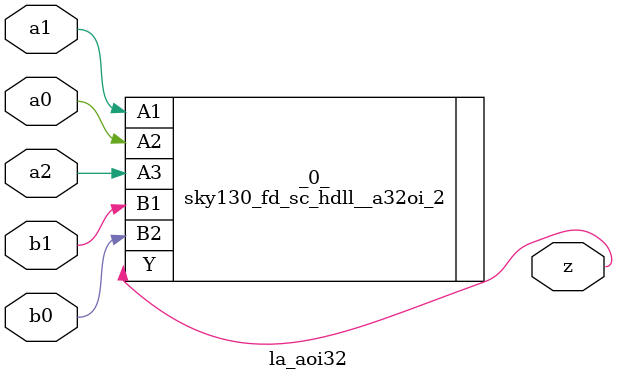
<source format=v>

/* Generated by Yosys 0.44 (git sha1 80ba43d26, g++ 11.4.0-1ubuntu1~22.04 -fPIC -O3) */

(* top =  1  *)
(* src = "inputs/la_aoi32.v:10.1-23.10" *)
module la_aoi32 (
    a0,
    a1,
    a2,
    b0,
    b1,
    z
);
  (* src = "inputs/la_aoi32.v:13.12-13.14" *)
  input a0;
  wire a0;
  (* src = "inputs/la_aoi32.v:14.12-14.14" *)
  input a1;
  wire a1;
  (* src = "inputs/la_aoi32.v:15.12-15.14" *)
  input a2;
  wire a2;
  (* src = "inputs/la_aoi32.v:16.12-16.14" *)
  input b0;
  wire b0;
  (* src = "inputs/la_aoi32.v:17.12-17.14" *)
  input b1;
  wire b1;
  (* src = "inputs/la_aoi32.v:18.12-18.13" *)
  output z;
  wire z;
  sky130_fd_sc_hdll__a32oi_2 _0_ (
      .A1(a1),
      .A2(a0),
      .A3(a2),
      .B1(b1),
      .B2(b0),
      .Y (z)
  );
endmodule

</source>
